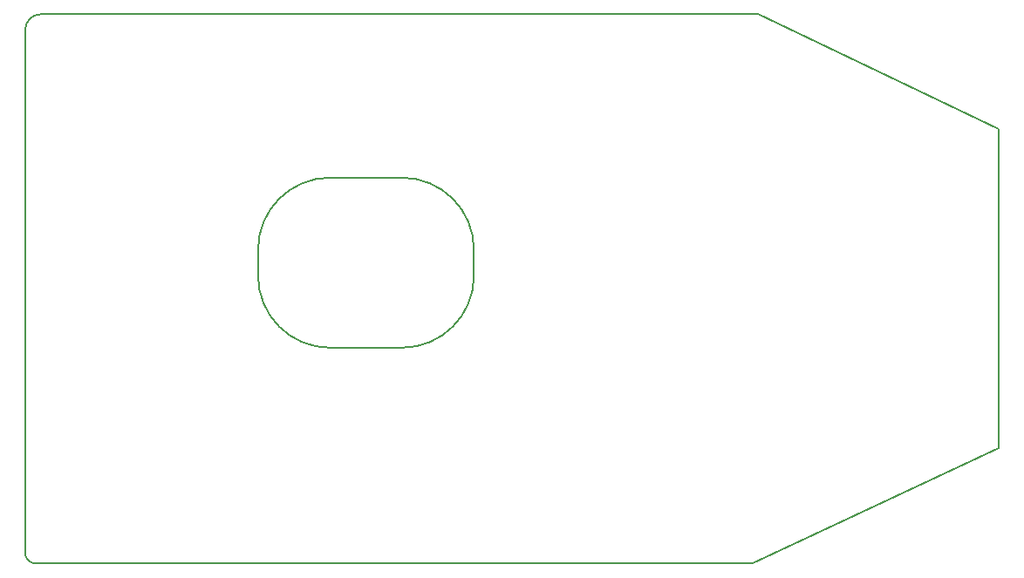
<source format=gm1>
G04 #@! TF.GenerationSoftware,KiCad,Pcbnew,5.0.0-rc2*
G04 #@! TF.CreationDate,2018-11-23T00:10:12-05:00*
G04 #@! TF.ProjectId,ZMHW_Map,5A4D48575F4D61702E6B696361645F70,rev?*
G04 #@! TF.SameCoordinates,Original*
G04 #@! TF.FileFunction,Profile,NP*
%FSLAX46Y46*%
G04 Gerber Fmt 4.6, Leading zero omitted, Abs format (unit mm)*
G04 Created by KiCad (PCBNEW 5.0.0-rc2) date Fri Nov 23 00:10:12 2018*
%MOMM*%
%LPD*%
G01*
G04 APERTURE LIST*
%ADD10C,0.152400*%
G04 APERTURE END LIST*
D10*
X178435000Y-45847000D02*
X185420000Y-45847000D01*
X171450000Y-55372000D02*
X171450000Y-52832000D01*
X185420000Y-62357000D02*
X178435000Y-62357000D01*
X192405000Y-52832000D02*
X192405000Y-55372000D01*
X178435000Y-62357000D02*
G75*
G02X171450000Y-55372000I0J6985000D01*
G01*
X171450000Y-52832000D02*
G75*
G02X178435000Y-45847000I6985000J0D01*
G01*
X185420000Y-45847000D02*
G75*
G02X192405000Y-52832000I0J-6985000D01*
G01*
X192405000Y-55372000D02*
G75*
G02X185420000Y-62357000I-6985000J0D01*
G01*
X148844000Y-31496000D02*
G75*
G02X150368000Y-29972000I1524000J0D01*
G01*
X148844000Y-82296000D02*
X148844000Y-31496000D01*
X149860000Y-83312000D02*
G75*
G02X148844000Y-82296000I0J1016000D01*
G01*
X219456000Y-83312000D02*
X149860000Y-83312000D01*
X243332000Y-72136000D02*
X219456000Y-83312000D01*
X243332000Y-41148000D02*
X243332000Y-72136000D01*
X219964000Y-29972000D02*
X243332000Y-41148000D01*
X150368000Y-29972000D02*
X219964000Y-29972000D01*
M02*

</source>
